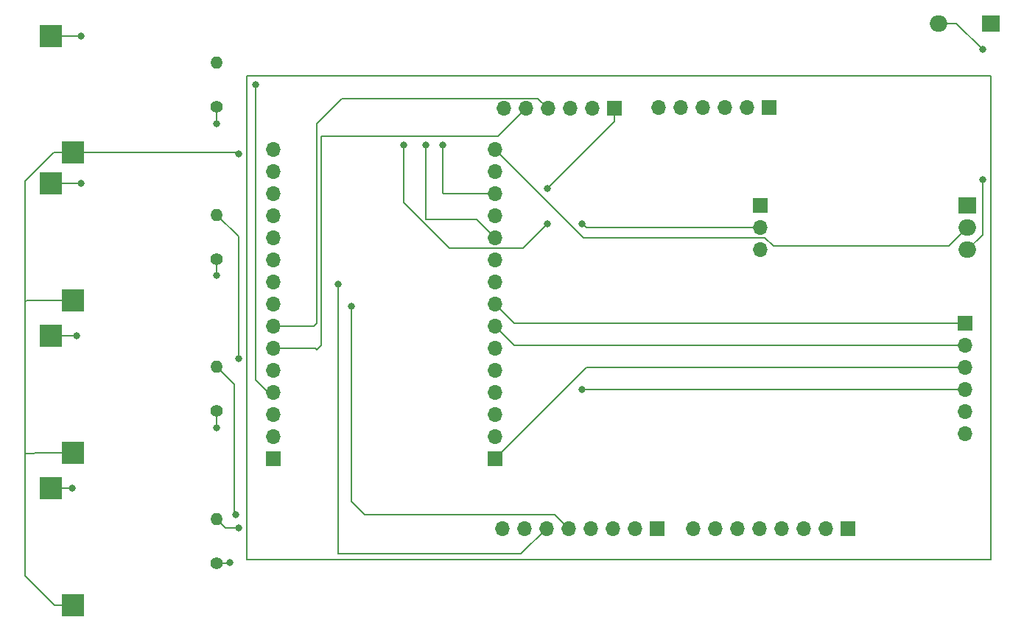
<source format=gbr>
%TF.GenerationSoftware,KiCad,Pcbnew,9.0.0*%
%TF.CreationDate,2025-03-21T00:34:27+09:00*%
%TF.ProjectId,osuino_v1,6f737569-6e6f-45f7-9631-2e6b69636164,rev?*%
%TF.SameCoordinates,Original*%
%TF.FileFunction,Copper,L2,Bot*%
%TF.FilePolarity,Positive*%
%FSLAX46Y46*%
G04 Gerber Fmt 4.6, Leading zero omitted, Abs format (unit mm)*
G04 Created by KiCad (PCBNEW 9.0.0) date 2025-03-21 00:34:27*
%MOMM*%
%LPD*%
G01*
G04 APERTURE LIST*
%TA.AperFunction,Conductor*%
%ADD10C,0.200000*%
%TD*%
%TA.AperFunction,ComponentPad*%
%ADD11R,2.000000X1.905000*%
%TD*%
%TA.AperFunction,ComponentPad*%
%ADD12O,2.000000X1.905000*%
%TD*%
%TA.AperFunction,ComponentPad*%
%ADD13C,1.400000*%
%TD*%
%TA.AperFunction,ComponentPad*%
%ADD14O,1.400000X1.400000*%
%TD*%
%TA.AperFunction,ComponentPad*%
%ADD15R,1.700000X1.700000*%
%TD*%
%TA.AperFunction,ComponentPad*%
%ADD16O,1.700000X1.700000*%
%TD*%
%TA.AperFunction,SMDPad,CuDef*%
%ADD17R,2.500000X2.550000*%
%TD*%
%TA.AperFunction,ViaPad*%
%ADD18C,0.800000*%
%TD*%
G04 APERTURE END LIST*
%TO.N,Net-(J5-Pin_15)*%
D10*
X116500000Y-71000000D02*
X201990000Y-71000000D01*
X201990000Y-126630000D01*
X116500000Y-126630000D01*
X116500000Y-71000000D01*
%TD*%
D11*
%TO.P,U1,1,GND*%
%TO.N,GND*%
X199230000Y-85960000D03*
D12*
%TO.P,U1,2,VO*%
%TO.N,Net-(J5-Pin_15)*%
X199230000Y-88500000D03*
%TO.P,U1,3,VI*%
%TO.N,VCC*%
X199230000Y-91040000D03*
%TD*%
D13*
%TO.P,R2,1*%
%TO.N,GND*%
X113000000Y-92080000D03*
D14*
%TO.P,R2,2*%
%TO.N,Net-(J6-Pin_5)*%
X113000000Y-87000000D03*
%TD*%
D12*
%TO.P,,3,VI*%
%TO.N,VCC*%
X196000000Y-65000000D03*
%TD*%
D15*
%TO.P,J8,1,Pin_1*%
%TO.N,Net-(J5-Pin_8)*%
X199000000Y-99460000D03*
D16*
%TO.P,J8,2,Pin_2*%
%TO.N,Net-(J5-Pin_7)*%
X199000000Y-102000000D03*
%TO.P,J8,3,Pin_3*%
%TO.N,Net-(J5-Pin_1)*%
X199000000Y-104540000D03*
%TO.P,J8,4,Pin_4*%
%TO.N,Net-(J5-Pin_6)*%
X199000000Y-107080000D03*
%TO.P,J8,5,Pin_5*%
%TO.N,Net-(J3-Pin_3)*%
X199000000Y-109620000D03*
%TO.P,J8,6,Pin_6*%
%TO.N,GND*%
X199000000Y-112160000D03*
%TD*%
D15*
%TO.P,J3,1,Pin_1*%
%TO.N,unconnected-(J3-Pin_1-Pad1)*%
X176490000Y-74700000D03*
D16*
%TO.P,J3,2,Pin_2*%
%TO.N,unconnected-(J3-Pin_2-Pad2)*%
X173950000Y-74700000D03*
%TO.P,J3,3,Pin_3*%
%TO.N,Net-(J3-Pin_3)*%
X171410000Y-74700000D03*
%TO.P,J3,4,Pin_4*%
%TO.N,unconnected-(J3-Pin_4-Pad4)*%
X168870000Y-74700000D03*
%TO.P,J3,5,Pin_5*%
%TO.N,GND*%
X166330000Y-74700000D03*
%TO.P,J3,6,Pin_6*%
%TO.N,unconnected-(J3-Pin_6-Pad6)*%
X163790000Y-74700000D03*
%TD*%
D15*
%TO.P,J4,1,Pin_1*%
%TO.N,Net-(J4-Pin_1)*%
X158690000Y-74760000D03*
D16*
%TO.P,J4,2,Pin_2*%
%TO.N,Net-(J4-Pin_2)*%
X156150000Y-74760000D03*
%TO.P,J4,3,Pin_3*%
%TO.N,Net-(J4-Pin_3)*%
X153610000Y-74760000D03*
%TO.P,J4,4,Pin_4*%
%TO.N,Net-(J4-Pin_4)*%
X151070000Y-74760000D03*
%TO.P,J4,5,Pin_5*%
%TO.N,Net-(J4-Pin_5)*%
X148530000Y-74760000D03*
%TO.P,J4,6,Pin_6*%
%TO.N,unconnected-(J4-Pin_6-Pad6)*%
X145990000Y-74760000D03*
%TD*%
D13*
%TO.P,R3,1*%
%TO.N,GND*%
X113000000Y-109540000D03*
D14*
%TO.P,R3,2*%
%TO.N,Net-(J5-Pin_5)*%
X113000000Y-104460000D03*
%TD*%
D13*
%TO.P,R4,1*%
%TO.N,GND*%
X113000000Y-127040000D03*
D14*
%TO.P,R4,2*%
%TO.N,Net-(J5-Pin_2)*%
X113000000Y-121960000D03*
%TD*%
D15*
%TO.P,J1,1,Pin_1*%
%TO.N,unconnected-(J1-Pin_1-Pad1)*%
X185510000Y-123060000D03*
D16*
%TO.P,J1,2,Pin_2*%
%TO.N,unconnected-(J1-Pin_2-Pad2)*%
X182970000Y-123060000D03*
%TO.P,J1,3,Pin_3*%
%TO.N,unconnected-(J1-Pin_3-Pad3)*%
X180430000Y-123060000D03*
%TO.P,J1,4,Pin_4*%
%TO.N,unconnected-(J1-Pin_4-Pad4)*%
X177890000Y-123060000D03*
%TO.P,J1,5,Pin_5*%
%TO.N,unconnected-(J1-Pin_5-Pad5)*%
X175350000Y-123060000D03*
%TO.P,J1,6,Pin_6*%
%TO.N,unconnected-(J1-Pin_6-Pad6)*%
X172810000Y-123060000D03*
%TO.P,J1,7,Pin_7*%
%TO.N,Net-(J1-Pin_7)*%
X170270000Y-123060000D03*
%TO.P,J1,8,Pin_8*%
%TO.N,Net-(J1-Pin_8)*%
X167730000Y-123060000D03*
%TD*%
D11*
%TO.P,,1,GND*%
%TO.N,GND*%
X202000000Y-65000000D03*
%TD*%
D15*
%TO.P,J5,1,Pin_1*%
%TO.N,Net-(J5-Pin_1)*%
X145000000Y-115060000D03*
D16*
%TO.P,J5,2,Pin_2*%
%TO.N,Net-(J5-Pin_2)*%
X145000000Y-112520000D03*
%TO.P,J5,3,Pin_3*%
%TO.N,unconnected-(J5-Pin_3-Pad3)*%
X145000000Y-109980000D03*
%TO.P,J5,4,Pin_4*%
%TO.N,unconnected-(J5-Pin_4-Pad4)*%
X145000000Y-107440000D03*
%TO.P,J5,5,Pin_5*%
%TO.N,Net-(J5-Pin_5)*%
X145000000Y-104900000D03*
%TO.P,J5,6,Pin_6*%
%TO.N,Net-(J5-Pin_6)*%
X145000000Y-102360000D03*
%TO.P,J5,7,Pin_7*%
%TO.N,Net-(J5-Pin_7)*%
X145000000Y-99820000D03*
%TO.P,J5,8,Pin_8*%
%TO.N,Net-(J5-Pin_8)*%
X145000000Y-97280000D03*
%TO.P,J5,9,Pin_9*%
%TO.N,Net-(J2-Pin_4)*%
X145000000Y-94740000D03*
%TO.P,J5,10,Pin_10*%
%TO.N,Net-(J2-Pin_3)*%
X145000000Y-92200000D03*
%TO.P,J5,11,Pin_11*%
%TO.N,Net-(J4-Pin_2)*%
X145000000Y-89660000D03*
%TO.P,J5,12,Pin_12*%
%TO.N,Net-(J4-Pin_1)*%
X145000000Y-87120000D03*
%TO.P,J5,13,Pin_13*%
%TO.N,Net-(J4-Pin_3)*%
X145000000Y-84580000D03*
%TO.P,J5,14,Pin_14*%
%TO.N,GND*%
X145000000Y-82040000D03*
%TO.P,J5,15,Pin_15*%
%TO.N,Net-(J5-Pin_15)*%
X145000000Y-79500000D03*
%TD*%
D13*
%TO.P,R1,1*%
%TO.N,GND*%
X113000000Y-74580000D03*
D14*
%TO.P,R1,2*%
%TO.N,Net-(J6-Pin_4)*%
X113000000Y-69500000D03*
%TD*%
D15*
%TO.P,J7,1,Pin_1*%
%TO.N,VCC*%
X175500000Y-85920000D03*
D16*
%TO.P,J7,2,Pin_2*%
%TO.N,GND*%
X175500000Y-88460000D03*
%TO.P,J7,3,Pin_3*%
%TO.N,Net-(J3-Pin_3)*%
X175500000Y-91000000D03*
%TD*%
D15*
%TO.P,J6,1,Pin_1*%
%TO.N,unconnected-(J6-Pin_1-Pad1)*%
X119500000Y-115060000D03*
D16*
%TO.P,J6,2,Pin_2*%
%TO.N,unconnected-(J6-Pin_2-Pad2)*%
X119500000Y-112520000D03*
%TO.P,J6,3,Pin_3*%
%TO.N,unconnected-(J6-Pin_3-Pad3)*%
X119500000Y-109980000D03*
%TO.P,J6,4,Pin_4*%
%TO.N,Net-(J6-Pin_4)*%
X119500000Y-107440000D03*
%TO.P,J6,5,Pin_5*%
%TO.N,Net-(J6-Pin_5)*%
X119500000Y-104900000D03*
%TO.P,J6,6,Pin_6*%
%TO.N,Net-(J4-Pin_5)*%
X119500000Y-102360000D03*
%TO.P,J6,7,Pin_7*%
%TO.N,Net-(J4-Pin_4)*%
X119500000Y-99820000D03*
%TO.P,J6,8,Pin_8*%
%TO.N,Net-(J2-Pin_5)*%
X119500000Y-97280000D03*
%TO.P,J6,9,Pin_9*%
%TO.N,Net-(J2-Pin_6)*%
X119500000Y-94740000D03*
%TO.P,J6,10,Pin_10*%
%TO.N,Net-(J2-Pin_2)*%
X119500000Y-92200000D03*
%TO.P,J6,11,Pin_11*%
%TO.N,Net-(J2-Pin_1)*%
X119500000Y-89660000D03*
%TO.P,J6,12,Pin_12*%
%TO.N,Net-(J1-Pin_8)*%
X119500000Y-87120000D03*
%TO.P,J6,13,Pin_13*%
%TO.N,Net-(J1-Pin_7)*%
X119500000Y-84580000D03*
%TO.P,J6,14,Pin_14*%
%TO.N,unconnected-(J6-Pin_14-Pad14)*%
X119500000Y-82040000D03*
%TO.P,J6,15,Pin_15*%
%TO.N,unconnected-(J6-Pin_15-Pad15)*%
X119500000Y-79500000D03*
%TD*%
D15*
%TO.P,J2,1,Pin_1*%
%TO.N,Net-(J2-Pin_1)*%
X163610000Y-123070000D03*
D16*
%TO.P,J2,2,Pin_2*%
%TO.N,Net-(J2-Pin_2)*%
X161070000Y-123070000D03*
%TO.P,J2,3,Pin_3*%
%TO.N,Net-(J2-Pin_3)*%
X158530000Y-123070000D03*
%TO.P,J2,4,Pin_4*%
%TO.N,Net-(J2-Pin_4)*%
X155990000Y-123070000D03*
%TO.P,J2,5,Pin_5*%
%TO.N,Net-(J2-Pin_5)*%
X153450000Y-123070000D03*
%TO.P,J2,6,Pin_6*%
%TO.N,Net-(J2-Pin_6)*%
X150910000Y-123070000D03*
%TO.P,J2,7,Pin_7*%
%TO.N,unconnected-(J2-Pin_7-Pad7)*%
X148370000Y-123070000D03*
%TO.P,J2,8,Pin_8*%
%TO.N,unconnected-(J2-Pin_8-Pad8)*%
X145830000Y-123070000D03*
%TD*%
D17*
%TO.P,SW2,1*%
%TO.N,VCC*%
X96460000Y-96860000D03*
%TO.P,SW2,2*%
%TO.N,Net-(J6-Pin_5)*%
X93920000Y-83410000D03*
%TD*%
%TO.P,SW3,1*%
%TO.N,VCC*%
X96460000Y-114360000D03*
%TO.P,SW3,2*%
%TO.N,Net-(J5-Pin_5)*%
X93920000Y-100910000D03*
%TD*%
%TO.P,SW4,1*%
%TO.N,VCC*%
X96460000Y-131860000D03*
%TO.P,SW4,2*%
%TO.N,Net-(J5-Pin_2)*%
X93920000Y-118410000D03*
%TD*%
%TO.P,SW1,1*%
%TO.N,VCC*%
X96460000Y-79860000D03*
%TO.P,SW1,2*%
%TO.N,Net-(J6-Pin_4)*%
X93920000Y-66410000D03*
%TD*%
D18*
%TO.N,Net-(J5-Pin_2)*%
X115500000Y-123000000D03*
%TO.N,Net-(J5-Pin_5)*%
X115200000Y-121500000D03*
%TO.N,Net-(J6-Pin_4)*%
X97410000Y-66410000D03*
%TO.N,Net-(J6-Pin_5)*%
X97410000Y-83410000D03*
%TO.N,Net-(J5-Pin_5)*%
X96910000Y-100910000D03*
%TO.N,Net-(J5-Pin_2)*%
X96410000Y-118410000D03*
%TO.N,GND*%
X114500000Y-127000000D03*
X113000000Y-111500000D03*
X113000000Y-94000000D03*
X113000000Y-76500000D03*
%TO.N,Net-(J2-Pin_6)*%
X127000000Y-95000000D03*
%TO.N,Net-(J2-Pin_5)*%
X128500000Y-97500000D03*
%TO.N,Net-(J4-Pin_3)*%
X139000000Y-79000000D03*
%TO.N,Net-(J4-Pin_2)*%
X137000000Y-79000000D03*
%TO.N,Net-(J4-Pin_1)*%
X151000000Y-84000000D03*
%TO.N,Net-(J5-Pin_6)*%
X155000000Y-107080000D03*
%TO.N,Net-(J6-Pin_4)*%
X117500000Y-72000000D03*
%TO.N,Net-(J6-Pin_5)*%
X115500000Y-103500000D03*
%TO.N,VCC*%
X201000000Y-68000000D03*
X115500000Y-80000000D03*
X201000000Y-83000000D03*
%TO.N,GND*%
X134500000Y-79000000D03*
X155000000Y-88000000D03*
X151000000Y-88000000D03*
%TD*%
D10*
%TO.N,Net-(J5-Pin_5)*%
X115000000Y-121300000D02*
X115000000Y-106460000D01*
X115200000Y-121500000D02*
X115000000Y-121300000D01*
X115000000Y-106460000D02*
X113000000Y-104460000D01*
%TO.N,GND*%
X134500000Y-79000000D02*
X134500000Y-82000000D01*
X134500000Y-82000000D02*
X134500000Y-85567100D01*
X134500000Y-85567100D02*
X139743900Y-90811000D01*
X139743900Y-90811000D02*
X148189000Y-90811000D01*
X148189000Y-90811000D02*
X151000000Y-88000000D01*
%TO.N,Net-(J6-Pin_4)*%
X93920000Y-66410000D02*
X97410000Y-66410000D01*
%TO.N,Net-(J6-Pin_5)*%
X93920000Y-83410000D02*
X97410000Y-83410000D01*
%TO.N,Net-(J5-Pin_5)*%
X93920000Y-100910000D02*
X96910000Y-100910000D01*
%TO.N,Net-(J5-Pin_2)*%
X93920000Y-118410000D02*
X96410000Y-118410000D01*
%TO.N,GND*%
X114460000Y-127040000D02*
X114500000Y-127000000D01*
X113000000Y-127040000D02*
X114460000Y-127040000D01*
X113000000Y-109540000D02*
X113000000Y-111500000D01*
X113000000Y-92080000D02*
X113000000Y-94000000D01*
X113000000Y-74580000D02*
X113000000Y-76500000D01*
%TO.N,Net-(J2-Pin_6)*%
X147980000Y-126000000D02*
X127000000Y-126000000D01*
X150910000Y-123070000D02*
X147980000Y-126000000D01*
X127000000Y-126000000D02*
X127000000Y-95000000D01*
%TO.N,Net-(J2-Pin_5)*%
X153450000Y-123070000D02*
X151880000Y-121500000D01*
X131500000Y-121500000D02*
X130000000Y-121500000D01*
X130000000Y-121500000D02*
X128500000Y-120000000D01*
X151880000Y-121500000D02*
X131500000Y-121500000D01*
X128500000Y-120000000D02*
X128500000Y-97500000D01*
%TO.N,Net-(J4-Pin_4)*%
X127391000Y-73609000D02*
X124500000Y-76500000D01*
X124500000Y-76500000D02*
X124500000Y-99500000D01*
X124180000Y-99820000D02*
X119500000Y-99820000D01*
X149919000Y-73609000D02*
X127391000Y-73609000D01*
X124500000Y-99500000D02*
X124180000Y-99820000D01*
X151070000Y-74760000D02*
X149919000Y-73609000D01*
%TO.N,Net-(J4-Pin_5)*%
X124360000Y-102360000D02*
X119500000Y-102360000D01*
X125000000Y-102000000D02*
X124500000Y-102500000D01*
X148530000Y-74760000D02*
X145290000Y-78000000D01*
X145290000Y-78000000D02*
X125000000Y-78000000D01*
X124500000Y-102500000D02*
X124360000Y-102360000D01*
X125000000Y-78000000D02*
X125000000Y-102000000D01*
%TO.N,Net-(J4-Pin_3)*%
X139000000Y-79000000D02*
X139000000Y-84500000D01*
X139080000Y-84580000D02*
X145000000Y-84580000D01*
X139000000Y-84500000D02*
X139080000Y-84580000D01*
%TO.N,Net-(J4-Pin_2)*%
X142840000Y-87500000D02*
X145000000Y-89660000D01*
X137000000Y-87500000D02*
X142840000Y-87500000D01*
%TO.N,Net-(J4-Pin_1)*%
X158690000Y-76310000D02*
X151000000Y-84000000D01*
X158690000Y-74760000D02*
X158690000Y-76310000D01*
%TO.N,Net-(J5-Pin_7)*%
X199000000Y-102000000D02*
X147180000Y-102000000D01*
X147180000Y-102000000D02*
X145000000Y-99820000D01*
%TO.N,Net-(J5-Pin_1)*%
X155520000Y-104540000D02*
X145000000Y-115060000D01*
X199000000Y-104540000D02*
X155520000Y-104540000D01*
%TO.N,Net-(J5-Pin_8)*%
X147180000Y-99460000D02*
X145000000Y-97280000D01*
X199000000Y-99460000D02*
X147180000Y-99460000D01*
%TO.N,Net-(J5-Pin_6)*%
X199000000Y-107080000D02*
X155000000Y-107080000D01*
X155000000Y-107080000D02*
X154920000Y-107080000D01*
%TO.N,Net-(J6-Pin_4)*%
X117500000Y-72000000D02*
X117500000Y-106000000D01*
X117500000Y-106000000D02*
X118940000Y-107440000D01*
X118940000Y-107440000D02*
X119500000Y-107440000D01*
%TO.N,Net-(J6-Pin_5)*%
X113000000Y-87000000D02*
X115500000Y-89500000D01*
X115500000Y-89500000D02*
X115500000Y-103500000D01*
%TO.N,VCC*%
X91000000Y-128500000D02*
X91000000Y-114500000D01*
X94276000Y-79860000D02*
X96460000Y-79860000D01*
X91000000Y-97000000D02*
X91000000Y-83136000D01*
X115360000Y-79860000D02*
X115500000Y-80000000D01*
X155111000Y-89611000D02*
X145000000Y-79500000D01*
X96460000Y-131860000D02*
X94360000Y-131860000D01*
X197129000Y-90601000D02*
X176966760Y-90601000D01*
X91000000Y-114500000D02*
X91000000Y-97000000D01*
X201000000Y-83000000D02*
X201000000Y-89270000D01*
X91000000Y-114500000D02*
X92000000Y-114500000D01*
X92000000Y-114500000D02*
X92140000Y-114360000D01*
X96460000Y-79860000D02*
X115360000Y-79860000D01*
X91140000Y-96860000D02*
X96460000Y-96860000D01*
X92140000Y-114360000D02*
X96460000Y-114360000D01*
X199230000Y-88500000D02*
X197129000Y-90601000D01*
X196000000Y-65000000D02*
X198000000Y-65000000D01*
X198000000Y-65000000D02*
X201000000Y-68000000D01*
X176966760Y-90601000D02*
X175976760Y-89611000D01*
X91000000Y-97000000D02*
X91140000Y-96860000D01*
X91000000Y-83136000D02*
X94276000Y-79860000D01*
X175976760Y-89611000D02*
X155111000Y-89611000D01*
X201000000Y-89270000D02*
X199230000Y-91040000D01*
X94360000Y-131860000D02*
X91000000Y-128500000D01*
%TO.N,GND*%
X155000000Y-88000000D02*
X155460000Y-88460000D01*
X155460000Y-88460000D02*
X175500000Y-88460000D01*
%TO.N,Net-(J4-Pin_2)*%
X137000000Y-79000000D02*
X137000000Y-87500000D01*
%TO.N,Net-(J5-Pin_2)*%
X114040000Y-123000000D02*
X115500000Y-123000000D01*
X113000000Y-121960000D02*
X114040000Y-123000000D01*
%TD*%
M02*

</source>
